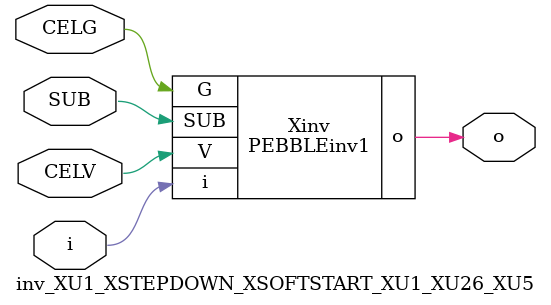
<source format=v>



module PEBBLEinv1 ( o, G, SUB, V, i );

  input V;
  input i;
  input G;
  output o;
  input SUB;
endmodule

//Celera Confidential Do Not Copy inv_XU1_XSTEPDOWN_XSOFTSTART_XU1_XU26_XU5
//Celera Confidential Symbol Generator
//5V Inverter
module inv_XU1_XSTEPDOWN_XSOFTSTART_XU1_XU26_XU5 (CELV,CELG,i,o,SUB);
input CELV;
input CELG;
input i;
input SUB;
output o;

//Celera Confidential Do Not Copy inv
PEBBLEinv1 Xinv(
.V (CELV),
.i (i),
.o (o),
.SUB (SUB),
.G (CELG)
);
//,diesize,PEBBLEinv1

//Celera Confidential Do Not Copy Module End
//Celera Schematic Generator
endmodule

</source>
